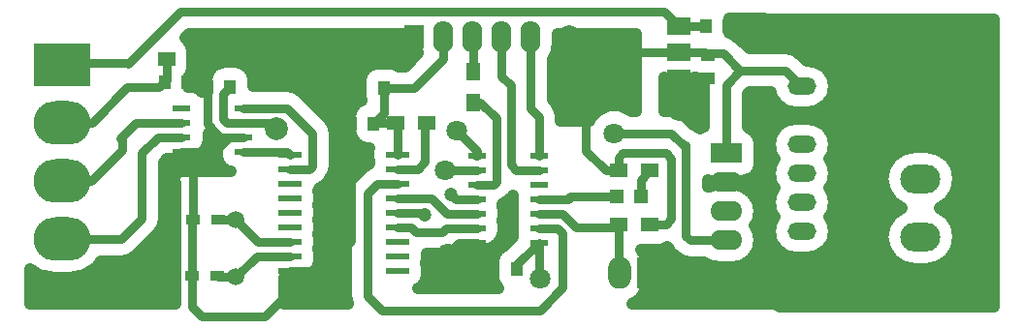
<source format=gbr>
G04 #@! TF.FileFunction,Copper,L1,Top,Signal*
%FSLAX46Y46*%
G04 Gerber Fmt 4.6, Leading zero omitted, Abs format (unit mm)*
G04 Created by KiCad (PCBNEW 4.0.6) date Sunday, 30 April 2023 'AMt' 07:25:10*
%MOMM*%
%LPD*%
G01*
G04 APERTURE LIST*
%ADD10C,0.100000*%
%ADD11R,1.200000X0.900000*%
%ADD12R,1.500000X1.300000*%
%ADD13R,2.000000X0.600000*%
%ADD14R,1.550000X0.600000*%
%ADD15C,1.500000*%
%ADD16R,1.000000X1.250000*%
%ADD17R,1.250000X1.000000*%
%ADD18R,1.727200X2.032000*%
%ADD19O,1.727200X2.800000*%
%ADD20R,1.300000X1.500000*%
%ADD21R,1.500000X0.600000*%
%ADD22O,5.000000X3.810000*%
%ADD23R,5.000000X3.810000*%
%ADD24R,2.000000X3.800000*%
%ADD25R,2.000000X1.500000*%
%ADD26R,1.198880X1.198880*%
%ADD27R,3.500000X2.540000*%
%ADD28O,3.500000X2.540000*%
%ADD29R,2.032000X2.800000*%
%ADD30O,2.032000X2.800000*%
%ADD31R,2.800000X1.727200*%
%ADD32O,2.800000X1.727200*%
%ADD33O,2.500000X1.524000*%
%ADD34C,1.800000*%
%ADD35C,2.000000*%
%ADD36C,1.200000*%
%ADD37C,0.800000*%
%ADD38C,1.000000*%
G04 APERTURE END LIST*
D10*
D11*
X18550000Y4570000D03*
X16350000Y4570000D03*
X18660000Y9490000D03*
X16460000Y9490000D03*
D12*
X36860000Y17980000D03*
X34160000Y17980000D03*
D13*
X24940000Y15190000D03*
X24940000Y13920000D03*
X24940000Y12650000D03*
X24940000Y11380000D03*
X24940000Y10110000D03*
X24940000Y8840000D03*
X24940000Y7570000D03*
X24940000Y6300000D03*
X24940000Y5030000D03*
X34340000Y5030000D03*
X34340000Y6300000D03*
X34340000Y7570000D03*
X34340000Y8840000D03*
X34340000Y10110000D03*
X34340000Y11380000D03*
X34340000Y12650000D03*
X34340000Y13920000D03*
X34340000Y15190000D03*
D14*
X20870000Y15455000D03*
X20870000Y16725000D03*
X20870000Y17995000D03*
X20870000Y19265000D03*
X15470000Y19265000D03*
X15470000Y17995000D03*
X15470000Y16725000D03*
X15470000Y15455000D03*
D15*
X20190000Y4490000D03*
X20190000Y9490000D03*
D16*
X30240000Y17910000D03*
X32240000Y17910000D03*
X31100000Y21000000D03*
X33100000Y21000000D03*
X17710000Y21110000D03*
X19710000Y21110000D03*
X61230000Y26460000D03*
X63230000Y26460000D03*
X42720000Y5140000D03*
X44720000Y5140000D03*
D17*
X61420000Y23860000D03*
X61420000Y21860000D03*
D18*
X35770000Y25490000D03*
D19*
X38310000Y25490000D03*
X40850000Y25490000D03*
X43390000Y25490000D03*
X45930000Y25490000D03*
D20*
X40960000Y19760000D03*
X40960000Y22460000D03*
D21*
X46650000Y7500000D03*
X46650000Y8770000D03*
X46650000Y10040000D03*
X46650000Y11310000D03*
X46650000Y12580000D03*
X46650000Y13850000D03*
X46650000Y15120000D03*
X41250000Y15120000D03*
X41250000Y13850000D03*
X41250000Y12580000D03*
X41250000Y11310000D03*
X41250000Y10040000D03*
X41250000Y8770000D03*
X41250000Y7500000D03*
D22*
X5010000Y17940000D03*
X5010000Y12860000D03*
D23*
X5010000Y23020000D03*
D22*
X5010000Y7780000D03*
D24*
X52530000Y24130000D03*
D25*
X58830000Y24130000D03*
X58830000Y26430000D03*
X58830000Y21830000D03*
D26*
X53430980Y11550000D03*
X55529020Y11550000D03*
D27*
X79980000Y18130000D03*
D28*
X79980000Y13050000D03*
X79980000Y7970000D03*
D29*
X56230000Y4800000D03*
D30*
X53690000Y4800000D03*
D31*
X62980000Y15300000D03*
D32*
X62980000Y12760000D03*
X62980000Y10220000D03*
X62980000Y7680000D03*
D12*
X53630000Y9050000D03*
X56330000Y9050000D03*
X56330000Y13800000D03*
X53630000Y13800000D03*
D33*
X69610000Y16070000D03*
X69610000Y18610000D03*
X69610000Y21150000D03*
X69610000Y13530000D03*
X69610000Y10990000D03*
X69610000Y8450000D03*
D16*
X15980000Y21550000D03*
X13980000Y21550000D03*
D12*
X14130000Y23550000D03*
X16830000Y23550000D03*
D34*
X38730000Y6550000D03*
D35*
X58900000Y19130000D03*
X65340000Y26480000D03*
D36*
X38962000Y11734000D03*
X36676000Y9956000D03*
D34*
X46730000Y4300000D03*
D35*
X23730000Y17410000D03*
X49340000Y25530000D03*
D34*
X53230000Y17050000D03*
X39480000Y17300000D03*
X38480000Y13800000D03*
D37*
X41250000Y8770000D02*
X38538000Y8770000D01*
X35506000Y8840000D02*
X34340000Y8840000D01*
X35914000Y8432000D02*
X35506000Y8840000D01*
X38200000Y8432000D02*
X35914000Y8432000D01*
X38538000Y8770000D02*
X38200000Y8432000D01*
X34340000Y11380000D02*
X37284000Y11380000D01*
X38624000Y10040000D02*
X41250000Y10040000D01*
X37284000Y11380000D02*
X38624000Y10040000D01*
X48730000Y6300000D02*
X48730000Y3550000D01*
X48260000Y8770000D02*
X48730000Y8300000D01*
X48730000Y8300000D02*
X48730000Y6300000D01*
X46650000Y8770000D02*
X48260000Y8770000D01*
X32580000Y12650000D02*
X34340000Y12650000D01*
X31730000Y11800000D02*
X32580000Y12650000D01*
X31730000Y2800000D02*
X31730000Y11800000D01*
X32980000Y1550000D02*
X31730000Y2800000D01*
X46730000Y1550000D02*
X32980000Y1550000D01*
X48730000Y3550000D02*
X46730000Y1550000D01*
X39680000Y7500000D02*
X38730000Y6550000D01*
X41250000Y7500000D02*
X39680000Y7500000D01*
X15980000Y21550000D02*
X16230000Y21550000D01*
X16230000Y21550000D02*
X16830000Y22150000D01*
X16830000Y22150000D02*
X16830000Y23550000D01*
X17710000Y21110000D02*
X16420000Y21110000D01*
X16420000Y21110000D02*
X15980000Y21550000D01*
X58830000Y21830000D02*
X61390000Y21830000D01*
X61390000Y21830000D02*
X61420000Y21860000D01*
X24940000Y5030000D02*
X24940000Y3230000D01*
X16350000Y1890000D02*
X16350000Y4570000D01*
X17230000Y1010000D02*
X16350000Y1890000D01*
X22720000Y1010000D02*
X17230000Y1010000D01*
X24940000Y3230000D02*
X22720000Y1010000D01*
X24940000Y5030000D02*
X24940000Y3860000D01*
X24940000Y3860000D02*
X25780000Y3020000D01*
X58830000Y21830000D02*
X58830000Y19200000D01*
X58830000Y19200000D02*
X58900000Y19130000D01*
X65320000Y26460000D02*
X63230000Y26460000D01*
X65340000Y26480000D02*
X65320000Y26460000D01*
X31100000Y21000000D02*
X30970000Y21000000D01*
X30970000Y21000000D02*
X30240000Y20270000D01*
X30240000Y20270000D02*
X30240000Y17910000D01*
X35770000Y25490000D02*
X33420000Y25490000D01*
X31100000Y23170000D02*
X31100000Y21000000D01*
X33420000Y25490000D02*
X31100000Y23170000D01*
X58860000Y21860000D02*
X58830000Y21830000D01*
X61510000Y21770000D02*
X61420000Y21860000D01*
X42720000Y5140000D02*
X42720000Y6030000D01*
X42720000Y6030000D02*
X41250000Y7500000D01*
X30240000Y17910000D02*
X30240000Y7640000D01*
X27630000Y5030000D02*
X24940000Y5030000D01*
X30240000Y7640000D02*
X27630000Y5030000D01*
X19545000Y16725000D02*
X18855000Y16725000D01*
X17710000Y17870000D02*
X17710000Y21110000D01*
X18855000Y16725000D02*
X17710000Y17870000D01*
X15470000Y15455000D02*
X18275000Y15455000D01*
X19545000Y16725000D02*
X20870000Y16725000D01*
X18275000Y15455000D02*
X19545000Y16725000D01*
X16460000Y9490000D02*
X16460000Y14465000D01*
X16460000Y14465000D02*
X15470000Y15455000D01*
X16350000Y4570000D02*
X16350000Y9380000D01*
X16350000Y9380000D02*
X16460000Y9490000D01*
X34340000Y10110000D02*
X36522000Y10110000D01*
X39386000Y11310000D02*
X41250000Y11310000D01*
X38962000Y11734000D02*
X39386000Y11310000D01*
X36522000Y10110000D02*
X36676000Y9956000D01*
X20190000Y4490000D02*
X18630000Y4490000D01*
X18630000Y4490000D02*
X18550000Y4570000D01*
X24940000Y6300000D02*
X22000000Y6300000D01*
X22000000Y6300000D02*
X20190000Y4490000D01*
X20190000Y9490000D02*
X18660000Y9490000D01*
X24940000Y7570000D02*
X22110000Y7570000D01*
X22110000Y7570000D02*
X20190000Y9490000D01*
X34340000Y13920000D02*
X36100000Y13920000D01*
X36730000Y14550000D02*
X36730000Y17850000D01*
X36100000Y13920000D02*
X36730000Y14550000D01*
X36730000Y17850000D02*
X36860000Y17980000D01*
X20870000Y15455000D02*
X24675000Y15455000D01*
X24675000Y15455000D02*
X24940000Y15190000D01*
X24940000Y13920000D02*
X26650000Y13920000D01*
X24695000Y19265000D02*
X20870000Y19265000D01*
X26900000Y17060000D02*
X24695000Y19265000D01*
X26900000Y14170000D02*
X26900000Y17060000D01*
X26650000Y13920000D02*
X26900000Y14170000D01*
X53630000Y13800000D02*
X52480000Y13800000D01*
X50740000Y15540000D02*
X50740000Y24130000D01*
X52480000Y13800000D02*
X50740000Y15540000D01*
X64230000Y22550000D02*
X68210000Y22550000D01*
X68210000Y22550000D02*
X69610000Y21150000D01*
X62980000Y15300000D02*
X62980000Y21300000D01*
X64230000Y22550000D02*
X62730000Y24050000D01*
X62730000Y24050000D02*
X61610000Y24050000D01*
X62980000Y21300000D02*
X64230000Y22550000D01*
X56330000Y9050000D02*
X57730000Y9050000D01*
X53630000Y14950000D02*
X53630000Y13800000D01*
X53980000Y15300000D02*
X53630000Y14950000D01*
X57730000Y15300000D02*
X53980000Y15300000D01*
X58230000Y14800000D02*
X57730000Y15300000D01*
X58230000Y9550000D02*
X58230000Y14800000D01*
X57730000Y9050000D02*
X58230000Y9550000D01*
X49480000Y25390000D02*
X49340000Y25530000D01*
X46650000Y7500000D02*
X46650000Y4380000D01*
X46650000Y4380000D02*
X46730000Y4300000D01*
X61610000Y24050000D02*
X61420000Y23860000D01*
X52530000Y24130000D02*
X50740000Y24130000D01*
X50740000Y24130000D02*
X49340000Y25530000D01*
X20870000Y17995000D02*
X23145000Y17995000D01*
X23145000Y17995000D02*
X23730000Y17410000D01*
X33100000Y21000000D02*
X33100000Y18770000D01*
X33100000Y18770000D02*
X32240000Y17910000D01*
X38310000Y25490000D02*
X38310000Y23530000D01*
X38310000Y23530000D02*
X35780000Y21000000D01*
X35780000Y21000000D02*
X33100000Y21000000D01*
X58830000Y24130000D02*
X52530000Y24130000D01*
X58830000Y24130000D02*
X61150000Y24130000D01*
X61150000Y24130000D02*
X61420000Y23860000D01*
X44720000Y5140000D02*
X44720000Y5570000D01*
X44720000Y5570000D02*
X46650000Y7500000D01*
X34160000Y17980000D02*
X32310000Y17980000D01*
X32310000Y17980000D02*
X32240000Y17910000D01*
X34340000Y15190000D02*
X34340000Y17800000D01*
X34340000Y17800000D02*
X34160000Y17980000D01*
X20870000Y17995000D02*
X19455000Y17995000D01*
X19120000Y20520000D02*
X19710000Y21110000D01*
X19120000Y18330000D02*
X19120000Y20520000D01*
X19455000Y17995000D02*
X19120000Y18330000D01*
X49380000Y25490000D02*
X49340000Y25530000D01*
X10845000Y23185000D02*
X5175000Y23185000D01*
X5175000Y23185000D02*
X5010000Y23020000D01*
X57600000Y27660000D02*
X58830000Y26430000D01*
X15320000Y27660000D02*
X57600000Y27660000D01*
X10820000Y23160000D02*
X10845000Y23185000D01*
X10845000Y23185000D02*
X15320000Y27660000D01*
X58830000Y26430000D02*
X61200000Y26430000D01*
X61200000Y26430000D02*
X61230000Y26460000D01*
X40960000Y22460000D02*
X40960000Y25380000D01*
X40960000Y25380000D02*
X40850000Y25490000D01*
X46650000Y13850000D02*
X44660002Y13850000D01*
X43390000Y22060000D02*
X43390000Y25490000D01*
X44230000Y21220000D02*
X43390000Y22060000D01*
X44230000Y14280002D02*
X44230000Y21220000D01*
X44660002Y13850000D02*
X44230000Y14280002D01*
X45930000Y25490000D02*
X45930000Y19210000D01*
X46650000Y18490000D02*
X46650000Y15120000D01*
X45930000Y19210000D02*
X46650000Y18490000D01*
X59480000Y8050000D02*
X59850000Y7680000D01*
X62980000Y7680000D02*
X59850000Y7680000D01*
X41250000Y15530000D02*
X41250000Y15120000D01*
X41250000Y15530000D02*
X39480000Y17300000D01*
X59480000Y16050000D02*
X59480000Y8050000D01*
X59480000Y15800000D02*
X59480000Y16050000D01*
X58230000Y17050000D02*
X59480000Y15800000D01*
X53230000Y17050000D02*
X58230000Y17050000D01*
X41250000Y15120000D02*
X41164000Y15120000D01*
X38530000Y13850000D02*
X38480000Y13800000D01*
X41250000Y13850000D02*
X38530000Y13850000D01*
X42940000Y15770000D02*
X42940000Y18340000D01*
X42940000Y12800000D02*
X42940000Y15770000D01*
X42720000Y12580000D02*
X42940000Y12800000D01*
X41250000Y12580000D02*
X42720000Y12580000D01*
X42940000Y18340000D02*
X41520000Y19760000D01*
X41520000Y19760000D02*
X40960000Y19760000D01*
X40960000Y19740000D02*
X40960000Y19760000D01*
X10255000Y16775000D02*
X10255000Y15575000D01*
X10255000Y15575000D02*
X7540000Y12860000D01*
X15470000Y17995000D02*
X11475000Y17995000D01*
X11475000Y17995000D02*
X10255000Y16775000D01*
X10255000Y16775000D02*
X10090000Y16610000D01*
X7540000Y12860000D02*
X5010000Y12860000D01*
X5010000Y7780000D02*
X10210000Y7780000D01*
X11980000Y9550000D02*
X11980000Y15300000D01*
X10210000Y7780000D02*
X11980000Y9550000D01*
X15470000Y16725000D02*
X13405000Y16725000D01*
X11980000Y15300000D02*
X11980000Y14750000D01*
X13405000Y16725000D02*
X11980000Y15300000D01*
X53430980Y11550000D02*
X49430980Y11550000D01*
X49190980Y11310000D02*
X49430980Y11550000D01*
X49190980Y11310000D02*
X46650000Y11310000D01*
X55529020Y11550000D02*
X55529020Y12999020D01*
X55529020Y12999020D02*
X56330000Y13800000D01*
X53630000Y9050000D02*
X53630000Y4860000D01*
X53630000Y4860000D02*
X53690000Y4800000D01*
X53429998Y8849998D02*
X49930002Y8849998D01*
X48740000Y10040000D02*
X49930002Y8849998D01*
X48740000Y10040000D02*
X46650000Y10040000D01*
X53429998Y8849998D02*
X53630000Y9050000D01*
X5010000Y17940000D02*
X7620000Y17940000D01*
X10730000Y21050000D02*
X13480000Y21050000D01*
X7620000Y17940000D02*
X10730000Y21050000D01*
X13480000Y21050000D02*
X13980000Y21550000D01*
X14130000Y23550000D02*
X14130000Y21700000D01*
X14130000Y21700000D02*
X13980000Y21550000D01*
D38*
G36*
X55160000Y18950000D02*
X54724468Y18950000D01*
X54591266Y19083435D01*
X53709484Y19449583D01*
X52754705Y19450416D01*
X51872285Y19085808D01*
X51196565Y18411266D01*
X51067316Y18100000D01*
X48550000Y18100000D01*
X48550000Y18490000D01*
X48522045Y18630538D01*
X48405372Y19217098D01*
X47993503Y19833503D01*
X47830000Y19997006D01*
X47830000Y23567715D01*
X48113682Y23992275D01*
X48293600Y24896786D01*
X48293600Y25760000D01*
X55160000Y25760000D01*
X55160000Y18950000D01*
X55160000Y18950000D01*
G37*
X55160000Y18950000D02*
X54724468Y18950000D01*
X54591266Y19083435D01*
X53709484Y19449583D01*
X52754705Y19450416D01*
X51872285Y19085808D01*
X51196565Y18411266D01*
X51067316Y18100000D01*
X48550000Y18100000D01*
X48550000Y18490000D01*
X48522045Y18630538D01*
X48405372Y19217098D01*
X47993503Y19833503D01*
X47830000Y19997006D01*
X47830000Y23567715D01*
X48113682Y23992275D01*
X48293600Y24896786D01*
X48293600Y25760000D01*
X55160000Y25760000D01*
X55160000Y18950000D01*
G36*
X66730000Y26975000D02*
X86405000Y26975000D01*
X86405000Y1875000D01*
X67702416Y1875000D01*
X67492726Y2015110D01*
X66890000Y2135000D01*
X54802934Y2135000D01*
X55469081Y2580105D01*
X56014481Y3396354D01*
X56206000Y4359186D01*
X56206000Y5240814D01*
X56014481Y6203646D01*
X55567079Y6873231D01*
X55580000Y6870614D01*
X57080000Y6870614D01*
X57635867Y6975207D01*
X57860407Y7119695D01*
X57998180Y6913503D01*
X58136497Y6706497D01*
X58506497Y6336497D01*
X59122901Y5924629D01*
X59850000Y5780000D01*
X61057715Y5780000D01*
X61482275Y5496318D01*
X62386786Y5316400D01*
X63573214Y5316400D01*
X64477725Y5496318D01*
X65244532Y6008682D01*
X65756896Y6775489D01*
X65936814Y7680000D01*
X65756896Y8584511D01*
X65512684Y8950000D01*
X65756896Y9315489D01*
X65936814Y10220000D01*
X65756896Y11124511D01*
X65244532Y11891318D01*
X64477725Y12403682D01*
X63573214Y12583600D01*
X62386786Y12583600D01*
X61482275Y12403682D01*
X61380000Y12335344D01*
X61380000Y12947515D01*
X61580000Y12907014D01*
X64380000Y12907014D01*
X64935867Y13011607D01*
X65446396Y13340124D01*
X65788892Y13841383D01*
X65909386Y14436400D01*
X65909386Y16070000D01*
X66806124Y16070000D01*
X66978308Y15204370D01*
X67248499Y14800000D01*
X66978308Y14395630D01*
X66806124Y13530000D01*
X66978308Y12664370D01*
X67248499Y12260000D01*
X66978308Y11855630D01*
X66806124Y10990000D01*
X66978308Y10124370D01*
X67248499Y9720000D01*
X66978308Y9315630D01*
X66806124Y8450000D01*
X66978308Y7584370D01*
X67468648Y6850524D01*
X68202494Y6360184D01*
X69068124Y6188000D01*
X70151876Y6188000D01*
X71017506Y6360184D01*
X71751352Y6850524D01*
X72241692Y7584370D01*
X72413876Y8450000D01*
X72241692Y9315630D01*
X71971501Y9720000D01*
X72241692Y10124370D01*
X72413876Y10990000D01*
X72241692Y11855630D01*
X71971501Y12260000D01*
X72241692Y12664370D01*
X72318398Y13050000D01*
X76666329Y13050000D01*
X76877183Y11989967D01*
X77477643Y11091314D01*
X78347642Y10510000D01*
X77477643Y9928686D01*
X76877183Y9030033D01*
X76666329Y7970000D01*
X76877183Y6909967D01*
X77477643Y6011314D01*
X78376296Y5410854D01*
X79436329Y5200000D01*
X80523671Y5200000D01*
X81583704Y5410854D01*
X82482357Y6011314D01*
X83082817Y6909967D01*
X83293671Y7970000D01*
X83082817Y9030033D01*
X82482357Y9928686D01*
X81612358Y10510000D01*
X82482357Y11091314D01*
X83082817Y11989967D01*
X83293671Y13050000D01*
X83082817Y14110033D01*
X82482357Y15008686D01*
X81583704Y15609146D01*
X80523671Y15820000D01*
X79436329Y15820000D01*
X78376296Y15609146D01*
X77477643Y15008686D01*
X76877183Y14110033D01*
X76666329Y13050000D01*
X72318398Y13050000D01*
X72413876Y13530000D01*
X72241692Y14395630D01*
X71971501Y14800000D01*
X72241692Y15204370D01*
X72413876Y16070000D01*
X72241692Y16935630D01*
X71751352Y17669476D01*
X71017506Y18159816D01*
X70151876Y18332000D01*
X69068124Y18332000D01*
X68202494Y18159816D01*
X67468648Y17669476D01*
X66978308Y16935630D01*
X66806124Y16070000D01*
X65909386Y16070000D01*
X65909386Y16163600D01*
X65804793Y16719467D01*
X65476276Y17229996D01*
X64975017Y17572492D01*
X64880000Y17591733D01*
X64880000Y20512994D01*
X65017006Y20650000D01*
X66905580Y20650000D01*
X66978308Y20284370D01*
X67468648Y19550524D01*
X68202494Y19060184D01*
X69068124Y18888000D01*
X70151876Y18888000D01*
X71017506Y19060184D01*
X71751352Y19550524D01*
X72241692Y20284370D01*
X72413876Y21150000D01*
X72241692Y22015630D01*
X71751352Y22749476D01*
X71017506Y23239816D01*
X70151876Y23412000D01*
X70035006Y23412000D01*
X69553503Y23893503D01*
X69324531Y24046497D01*
X68937099Y24305371D01*
X68210000Y24450000D01*
X65017006Y24450000D01*
X64073503Y25393503D01*
X63988949Y25450000D01*
X63457099Y25805371D01*
X63259386Y25844699D01*
X63259386Y27075000D01*
X66227267Y27075000D01*
X66730000Y26975000D01*
X66730000Y26975000D01*
G37*
X66730000Y26975000D02*
X86405000Y26975000D01*
X86405000Y1875000D01*
X67702416Y1875000D01*
X67492726Y2015110D01*
X66890000Y2135000D01*
X54802934Y2135000D01*
X55469081Y2580105D01*
X56014481Y3396354D01*
X56206000Y4359186D01*
X56206000Y5240814D01*
X56014481Y6203646D01*
X55567079Y6873231D01*
X55580000Y6870614D01*
X57080000Y6870614D01*
X57635867Y6975207D01*
X57860407Y7119695D01*
X57998180Y6913503D01*
X58136497Y6706497D01*
X58506497Y6336497D01*
X59122901Y5924629D01*
X59850000Y5780000D01*
X61057715Y5780000D01*
X61482275Y5496318D01*
X62386786Y5316400D01*
X63573214Y5316400D01*
X64477725Y5496318D01*
X65244532Y6008682D01*
X65756896Y6775489D01*
X65936814Y7680000D01*
X65756896Y8584511D01*
X65512684Y8950000D01*
X65756896Y9315489D01*
X65936814Y10220000D01*
X65756896Y11124511D01*
X65244532Y11891318D01*
X64477725Y12403682D01*
X63573214Y12583600D01*
X62386786Y12583600D01*
X61482275Y12403682D01*
X61380000Y12335344D01*
X61380000Y12947515D01*
X61580000Y12907014D01*
X64380000Y12907014D01*
X64935867Y13011607D01*
X65446396Y13340124D01*
X65788892Y13841383D01*
X65909386Y14436400D01*
X65909386Y16070000D01*
X66806124Y16070000D01*
X66978308Y15204370D01*
X67248499Y14800000D01*
X66978308Y14395630D01*
X66806124Y13530000D01*
X66978308Y12664370D01*
X67248499Y12260000D01*
X66978308Y11855630D01*
X66806124Y10990000D01*
X66978308Y10124370D01*
X67248499Y9720000D01*
X66978308Y9315630D01*
X66806124Y8450000D01*
X66978308Y7584370D01*
X67468648Y6850524D01*
X68202494Y6360184D01*
X69068124Y6188000D01*
X70151876Y6188000D01*
X71017506Y6360184D01*
X71751352Y6850524D01*
X72241692Y7584370D01*
X72413876Y8450000D01*
X72241692Y9315630D01*
X71971501Y9720000D01*
X72241692Y10124370D01*
X72413876Y10990000D01*
X72241692Y11855630D01*
X71971501Y12260000D01*
X72241692Y12664370D01*
X72318398Y13050000D01*
X76666329Y13050000D01*
X76877183Y11989967D01*
X77477643Y11091314D01*
X78347642Y10510000D01*
X77477643Y9928686D01*
X76877183Y9030033D01*
X76666329Y7970000D01*
X76877183Y6909967D01*
X77477643Y6011314D01*
X78376296Y5410854D01*
X79436329Y5200000D01*
X80523671Y5200000D01*
X81583704Y5410854D01*
X82482357Y6011314D01*
X83082817Y6909967D01*
X83293671Y7970000D01*
X83082817Y9030033D01*
X82482357Y9928686D01*
X81612358Y10510000D01*
X82482357Y11091314D01*
X83082817Y11989967D01*
X83293671Y13050000D01*
X83082817Y14110033D01*
X82482357Y15008686D01*
X81583704Y15609146D01*
X80523671Y15820000D01*
X79436329Y15820000D01*
X78376296Y15609146D01*
X77477643Y15008686D01*
X76877183Y14110033D01*
X76666329Y13050000D01*
X72318398Y13050000D01*
X72413876Y13530000D01*
X72241692Y14395630D01*
X71971501Y14800000D01*
X72241692Y15204370D01*
X72413876Y16070000D01*
X72241692Y16935630D01*
X71751352Y17669476D01*
X71017506Y18159816D01*
X70151876Y18332000D01*
X69068124Y18332000D01*
X68202494Y18159816D01*
X67468648Y17669476D01*
X66978308Y16935630D01*
X66806124Y16070000D01*
X65909386Y16070000D01*
X65909386Y16163600D01*
X65804793Y16719467D01*
X65476276Y17229996D01*
X64975017Y17572492D01*
X64880000Y17591733D01*
X64880000Y20512994D01*
X65017006Y20650000D01*
X66905580Y20650000D01*
X66978308Y20284370D01*
X67468648Y19550524D01*
X68202494Y19060184D01*
X69068124Y18888000D01*
X70151876Y18888000D01*
X71017506Y19060184D01*
X71751352Y19550524D01*
X72241692Y20284370D01*
X72413876Y21150000D01*
X72241692Y22015630D01*
X71751352Y22749476D01*
X71017506Y23239816D01*
X70151876Y23412000D01*
X70035006Y23412000D01*
X69553503Y23893503D01*
X69324531Y24046497D01*
X68937099Y24305371D01*
X68210000Y24450000D01*
X65017006Y24450000D01*
X64073503Y25393503D01*
X63988949Y25450000D01*
X63457099Y25805371D01*
X63259386Y25844699D01*
X63259386Y27075000D01*
X66227267Y27075000D01*
X66730000Y26975000D01*
G36*
X35946400Y24896786D02*
X36119508Y24026514D01*
X34992994Y22900000D01*
X34390974Y22900000D01*
X34195017Y23033892D01*
X33600000Y23154386D01*
X32600000Y23154386D01*
X32044133Y23049793D01*
X31533604Y22721276D01*
X31191108Y22220017D01*
X31070614Y21625000D01*
X31070614Y20375000D01*
X31152563Y19939478D01*
X30673604Y19631276D01*
X30331108Y19130017D01*
X30210614Y18535000D01*
X30210614Y17285000D01*
X30315207Y16729133D01*
X30643724Y16218604D01*
X31144983Y15876108D01*
X31740000Y15755614D01*
X31864402Y15755614D01*
X31810614Y15490000D01*
X31810614Y14890000D01*
X31875963Y14542701D01*
X31847410Y14401702D01*
X31236497Y13993503D01*
X30386497Y13143503D01*
X29974629Y12527099D01*
X29830000Y11800000D01*
X29830000Y2800000D01*
X29962277Y2135000D01*
X24380000Y2135000D01*
X24380000Y4400000D01*
X24940000Y4400000D01*
X25295001Y4470614D01*
X25940000Y4470614D01*
X26495867Y4575207D01*
X27006396Y4903724D01*
X27348892Y5404983D01*
X27469386Y6000000D01*
X27469386Y6600000D01*
X27404037Y6947299D01*
X27469386Y7270000D01*
X27469386Y7870000D01*
X27404037Y8217299D01*
X27469386Y8540000D01*
X27469386Y9140000D01*
X27404037Y9487299D01*
X27469386Y9810000D01*
X27469386Y10410000D01*
X27404037Y10757299D01*
X27469386Y11080000D01*
X27469386Y11680000D01*
X27404037Y12027299D01*
X27440415Y12206935D01*
X27993503Y12576497D01*
X28243503Y12826497D01*
X28326025Y12950000D01*
X28655371Y13442901D01*
X28800000Y14170000D01*
X28800000Y17060000D01*
X28655371Y17787099D01*
X28243503Y18403503D01*
X26038503Y20608503D01*
X25976398Y20650000D01*
X25422099Y21020371D01*
X24695000Y21165000D01*
X21739386Y21165000D01*
X21739386Y21735000D01*
X21634793Y22290867D01*
X21306276Y22801396D01*
X20805017Y23143892D01*
X20210000Y23264386D01*
X19210000Y23264386D01*
X18654133Y23159793D01*
X18143604Y22831276D01*
X17801108Y22330017D01*
X17680614Y21735000D01*
X17680614Y21720004D01*
X17364629Y21247099D01*
X17254017Y20691017D01*
X16840017Y20973892D01*
X16245000Y21094386D01*
X16009386Y21094386D01*
X16009386Y21596366D01*
X16030000Y21700000D01*
X16030000Y21926082D01*
X16288892Y22304983D01*
X16409386Y22900000D01*
X16409386Y24200000D01*
X16304793Y24755867D01*
X15976276Y25266396D01*
X15760699Y25413693D01*
X16107006Y25760000D01*
X35946400Y25760000D01*
X35946400Y24896786D01*
X35946400Y24896786D01*
G37*
X35946400Y24896786D02*
X36119508Y24026514D01*
X34992994Y22900000D01*
X34390974Y22900000D01*
X34195017Y23033892D01*
X33600000Y23154386D01*
X32600000Y23154386D01*
X32044133Y23049793D01*
X31533604Y22721276D01*
X31191108Y22220017D01*
X31070614Y21625000D01*
X31070614Y20375000D01*
X31152563Y19939478D01*
X30673604Y19631276D01*
X30331108Y19130017D01*
X30210614Y18535000D01*
X30210614Y17285000D01*
X30315207Y16729133D01*
X30643724Y16218604D01*
X31144983Y15876108D01*
X31740000Y15755614D01*
X31864402Y15755614D01*
X31810614Y15490000D01*
X31810614Y14890000D01*
X31875963Y14542701D01*
X31847410Y14401702D01*
X31236497Y13993503D01*
X30386497Y13143503D01*
X29974629Y12527099D01*
X29830000Y11800000D01*
X29830000Y2800000D01*
X29962277Y2135000D01*
X24380000Y2135000D01*
X24380000Y4400000D01*
X24940000Y4400000D01*
X25295001Y4470614D01*
X25940000Y4470614D01*
X26495867Y4575207D01*
X27006396Y4903724D01*
X27348892Y5404983D01*
X27469386Y6000000D01*
X27469386Y6600000D01*
X27404037Y6947299D01*
X27469386Y7270000D01*
X27469386Y7870000D01*
X27404037Y8217299D01*
X27469386Y8540000D01*
X27469386Y9140000D01*
X27404037Y9487299D01*
X27469386Y9810000D01*
X27469386Y10410000D01*
X27404037Y10757299D01*
X27469386Y11080000D01*
X27469386Y11680000D01*
X27404037Y12027299D01*
X27440415Y12206935D01*
X27993503Y12576497D01*
X28243503Y12826497D01*
X28326025Y12950000D01*
X28655371Y13442901D01*
X28800000Y14170000D01*
X28800000Y17060000D01*
X28655371Y17787099D01*
X28243503Y18403503D01*
X26038503Y20608503D01*
X25976398Y20650000D01*
X25422099Y21020371D01*
X24695000Y21165000D01*
X21739386Y21165000D01*
X21739386Y21735000D01*
X21634793Y22290867D01*
X21306276Y22801396D01*
X20805017Y23143892D01*
X20210000Y23264386D01*
X19210000Y23264386D01*
X18654133Y23159793D01*
X18143604Y22831276D01*
X17801108Y22330017D01*
X17680614Y21735000D01*
X17680614Y21720004D01*
X17364629Y21247099D01*
X17254017Y20691017D01*
X16840017Y20973892D01*
X16245000Y21094386D01*
X16009386Y21094386D01*
X16009386Y21596366D01*
X16030000Y21700000D01*
X16030000Y21926082D01*
X16288892Y22304983D01*
X16409386Y22900000D01*
X16409386Y24200000D01*
X16304793Y24755867D01*
X15976276Y25266396D01*
X15760699Y25413693D01*
X16107006Y25760000D01*
X35946400Y25760000D01*
X35946400Y24896786D01*
G36*
X17776497Y16986497D02*
X18111497Y16651497D01*
X18671399Y16277382D01*
X18565614Y15755000D01*
X18565614Y15155000D01*
X18670207Y14599133D01*
X18998724Y14088604D01*
X19499983Y13746108D01*
X19777053Y13690000D01*
X15390000Y13690000D01*
X15143123Y13624801D01*
X14993412Y13494496D01*
X14906191Y13316211D01*
X14846191Y13086211D01*
X14830191Y12973813D01*
X14864195Y12778271D01*
X14890000Y12738169D01*
X14890000Y2135000D01*
X2235000Y2135000D01*
X2235000Y5167796D01*
X3033598Y4634190D01*
X4336635Y4375000D01*
X5683365Y4375000D01*
X6986402Y4634190D01*
X8091064Y5372301D01*
X8430297Y5880000D01*
X10210000Y5880000D01*
X10937099Y6024629D01*
X11553503Y6436497D01*
X13323503Y8206497D01*
X13406765Y8331108D01*
X13735371Y8822901D01*
X13880000Y9550000D01*
X13880000Y14512994D01*
X14192006Y14825000D01*
X15470000Y14825000D01*
X15825001Y14895614D01*
X16245000Y14895614D01*
X16800867Y15000207D01*
X17311396Y15328724D01*
X17653892Y15829983D01*
X17774386Y16425000D01*
X17774386Y16989656D01*
X17776497Y16986497D01*
X17776497Y16986497D01*
G37*
X17776497Y16986497D02*
X18111497Y16651497D01*
X18671399Y16277382D01*
X18565614Y15755000D01*
X18565614Y15155000D01*
X18670207Y14599133D01*
X18998724Y14088604D01*
X19499983Y13746108D01*
X19777053Y13690000D01*
X15390000Y13690000D01*
X15143123Y13624801D01*
X14993412Y13494496D01*
X14906191Y13316211D01*
X14846191Y13086211D01*
X14830191Y12973813D01*
X14864195Y12778271D01*
X14890000Y12738169D01*
X14890000Y2135000D01*
X2235000Y2135000D01*
X2235000Y5167796D01*
X3033598Y4634190D01*
X4336635Y4375000D01*
X5683365Y4375000D01*
X6986402Y4634190D01*
X8091064Y5372301D01*
X8430297Y5880000D01*
X10210000Y5880000D01*
X10937099Y6024629D01*
X11553503Y6436497D01*
X13323503Y8206497D01*
X13406765Y8331108D01*
X13735371Y8822901D01*
X13880000Y9550000D01*
X13880000Y14512994D01*
X14192006Y14825000D01*
X15470000Y14825000D01*
X15825001Y14895614D01*
X16245000Y14895614D01*
X16800867Y15000207D01*
X17311396Y15328724D01*
X17653892Y15829983D01*
X17774386Y16425000D01*
X17774386Y16989656D01*
X17776497Y16986497D01*
G36*
X44370614Y11010000D02*
X44435963Y10662701D01*
X44370614Y10340000D01*
X44370614Y9740000D01*
X44435963Y9392701D01*
X44370614Y9070000D01*
X44370614Y8470000D01*
X44435963Y8122701D01*
X44397942Y7934948D01*
X43632308Y7169314D01*
X43153604Y6861276D01*
X42811108Y6360017D01*
X42690614Y5765000D01*
X42690614Y4515000D01*
X42795207Y3959133D01*
X43122826Y3450000D01*
X36120881Y3450000D01*
X36406396Y3633724D01*
X36748892Y4134983D01*
X36869386Y4730000D01*
X36869386Y5330000D01*
X36804037Y5677299D01*
X36869386Y6000000D01*
X36869386Y6532000D01*
X38200000Y6532000D01*
X38927099Y6676629D01*
X39216499Y6870000D01*
X41250000Y6870000D01*
X41605001Y6940614D01*
X42000000Y6940614D01*
X42555867Y7045207D01*
X43066396Y7373724D01*
X43408892Y7874983D01*
X43529386Y8470000D01*
X43529386Y9070000D01*
X43464037Y9417299D01*
X43529386Y9740000D01*
X43529386Y10340000D01*
X43464037Y10687299D01*
X43498850Y10859208D01*
X44063503Y11236497D01*
X44283503Y11456497D01*
X44370614Y11586868D01*
X44370614Y11010000D01*
X44370614Y11010000D01*
G37*
X44370614Y11010000D02*
X44435963Y10662701D01*
X44370614Y10340000D01*
X44370614Y9740000D01*
X44435963Y9392701D01*
X44370614Y9070000D01*
X44370614Y8470000D01*
X44435963Y8122701D01*
X44397942Y7934948D01*
X43632308Y7169314D01*
X43153604Y6861276D01*
X42811108Y6360017D01*
X42690614Y5765000D01*
X42690614Y4515000D01*
X42795207Y3959133D01*
X43122826Y3450000D01*
X36120881Y3450000D01*
X36406396Y3633724D01*
X36748892Y4134983D01*
X36869386Y4730000D01*
X36869386Y5330000D01*
X36804037Y5677299D01*
X36869386Y6000000D01*
X36869386Y6532000D01*
X38200000Y6532000D01*
X38927099Y6676629D01*
X39216499Y6870000D01*
X41250000Y6870000D01*
X41605001Y6940614D01*
X42000000Y6940614D01*
X42555867Y7045207D01*
X43066396Y7373724D01*
X43408892Y7874983D01*
X43529386Y8470000D01*
X43529386Y9070000D01*
X43464037Y9417299D01*
X43529386Y9740000D01*
X43529386Y10340000D01*
X43464037Y10687299D01*
X43498850Y10859208D01*
X44063503Y11236497D01*
X44283503Y11456497D01*
X44370614Y11586868D01*
X44370614Y11010000D01*
G36*
X60795000Y21830614D02*
X61185546Y21830614D01*
X61080000Y21300000D01*
X61080000Y17598905D01*
X61024133Y17588393D01*
X60773347Y17427016D01*
X60207099Y17805371D01*
X60150346Y17816660D01*
X59573503Y18393503D01*
X59539090Y18416497D01*
X58957099Y18805371D01*
X58230000Y18950000D01*
X57610000Y18950000D01*
X57610000Y21895165D01*
X57830000Y21850614D01*
X59830000Y21850614D01*
X60279020Y21935103D01*
X60795000Y21830614D01*
X60795000Y21830614D01*
G37*
X60795000Y21830614D02*
X61185546Y21830614D01*
X61080000Y21300000D01*
X61080000Y17598905D01*
X61024133Y17588393D01*
X60773347Y17427016D01*
X60207099Y17805371D01*
X60150346Y17816660D01*
X59573503Y18393503D01*
X59539090Y18416497D01*
X58957099Y18805371D01*
X58230000Y18950000D01*
X57610000Y18950000D01*
X57610000Y21895165D01*
X57830000Y21850614D01*
X59830000Y21850614D01*
X60279020Y21935103D01*
X60795000Y21830614D01*
M02*

</source>
